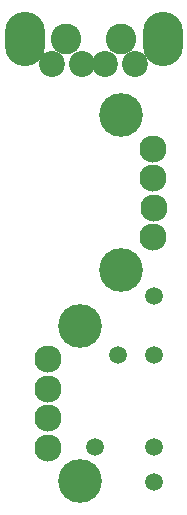
<source format=gbr>
G04 #@! TF.GenerationSoftware,KiCad,Pcbnew,(5.0.0)*
G04 #@! TF.CreationDate,2018-10-13T10:57:01-04:00*
G04 #@! TF.ProjectId,SecondPort_m3_usb,5365636F6E64506F72745F6D335F7573,1*
G04 #@! TF.SameCoordinates,Original*
G04 #@! TF.FileFunction,Soldermask,Top*
G04 #@! TF.FilePolarity,Negative*
%FSLAX46Y46*%
G04 Gerber Fmt 4.6, Leading zero omitted, Abs format (unit mm)*
G04 Created by KiCad (PCBNEW (5.0.0)) date 10/13/18 10:57:01*
%MOMM*%
%LPD*%
G01*
G04 APERTURE LIST*
%ADD10C,2.300000*%
%ADD11C,3.700000*%
%ADD12O,3.400000X4.600000*%
%ADD13C,2.600000*%
%ADD14C,2.200000*%
%ADD15C,1.500000*%
G04 APERTURE END LIST*
D10*
G04 #@! TO.C,J3*
X106790000Y-129570000D03*
X106800000Y-132070000D03*
X106775000Y-134570000D03*
X106790000Y-137070000D03*
D11*
X109500000Y-126750000D03*
X109500000Y-139890000D03*
G04 #@! TD*
D12*
G04 #@! TO.C,J1*
X116500000Y-102500000D03*
X104800000Y-102500000D03*
D13*
X112950000Y-102500000D03*
X108350000Y-102500000D03*
D14*
X114150000Y-104600000D03*
X111650000Y-104600000D03*
X109650000Y-104600000D03*
X107150000Y-104600000D03*
G04 #@! TD*
D11*
G04 #@! TO.C,J2*
X113000000Y-122070000D03*
X113000000Y-108930000D03*
D10*
X115710000Y-119250000D03*
X115725000Y-116750000D03*
X115700000Y-114250000D03*
X115710000Y-111750000D03*
G04 #@! TD*
D15*
X112750000Y-129250000D03*
X115750000Y-140000000D03*
X115750000Y-124250000D03*
X115750000Y-129250000D03*
X115750000Y-137000000D03*
X110750000Y-137000000D03*
M02*

</source>
